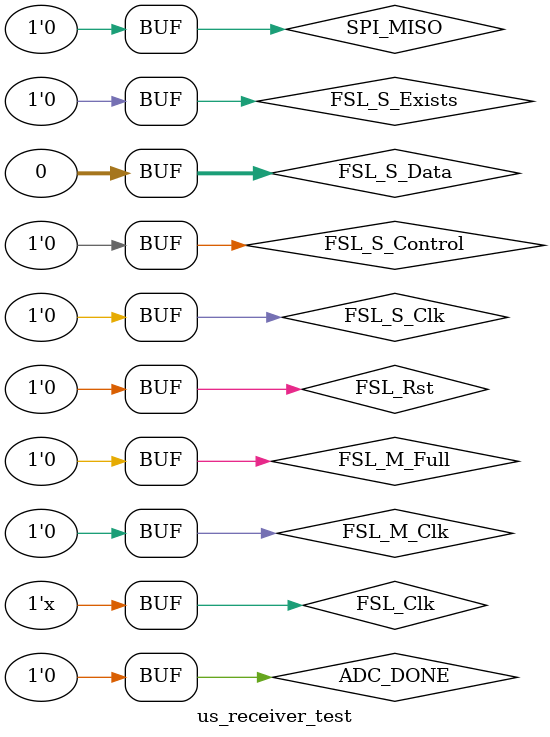
<source format=v>
`timescale 1ns / 1ps


module us_receiver_test;

	// Inputs
	reg SPI_MISO;
	reg ADC_DONE;
	reg FSL_Clk;
	reg FSL_Rst;
	reg FSL_S_Clk;
	reg [31:0] FSL_S_Data;
	reg FSL_S_Control;
	reg FSL_S_Exists;
	reg FSL_M_Clk;
	reg FSL_M_Full;

	// Outputs
	wire SPI_SCK;
	wire SPI_MOSI;
	wire SPI_SS;
	wire [2:0] DEBUG_OUT;
	wire FSL_S_Read;
	wire FSL_M_Write;
	wire [31:0] FSL_M_Data;
	wire FSL_M_Control;

	// Instantiate the Unit Under Test (UUT)
	us_receiver uut (
		.SPI_SCK(SPI_SCK), 
		.SPI_MISO(SPI_MISO), 
		.SPI_MOSI(SPI_MOSI), 
		.SPI_SS(SPI_SS), 
		.ADC_DONE(ADC_DONE), 
		.DEBUG_OUT(DEBUG_OUT), 
		.FSL_Clk(FSL_Clk), 
		.FSL_Rst(FSL_Rst), 
		.FSL_S_Clk(FSL_S_Clk), 
		.FSL_S_Read(FSL_S_Read), 
		.FSL_S_Data(FSL_S_Data), 
		.FSL_S_Control(FSL_S_Control), 
		.FSL_S_Exists(FSL_S_Exists), 
		.FSL_M_Clk(FSL_M_Clk), 
		.FSL_M_Write(FSL_M_Write), 
		.FSL_M_Data(FSL_M_Data), 
		.FSL_M_Control(FSL_M_Control), 
		.FSL_M_Full(FSL_M_Full)
	);

	initial begin
		// Initialize Inputs
		SPI_MISO = 0;
		ADC_DONE = 0;
		FSL_Clk = 0;
		FSL_Rst = 0;
		FSL_S_Clk = 0;
		FSL_S_Data = 0;
		FSL_S_Control = 0;
		FSL_S_Exists = 0;
		FSL_M_Clk = 0;
		FSL_M_Full = 0;

		// Wait 20 ns for global reset to finish
		#20;
		
		FSL_Rst = 1'b1;
		#10;
		FSL_Rst = 1'b0;
		#10;
		
		// Test Echo command
		FSL_S_Exists <= 1'b1;
		FSL_S_Data <= 32'hAAAAAAA_0;
		#15;
		FSL_S_Exists <= 1'b0;
		FSL_S_Data <= 32'b0;
		
		#45;
		/*
		// Test Reset command
		FSL_S_Exists <= 1'b1;
		FSL_S_Data <= 32'h0000000_F;
		#15;
		FSL_S_Exists <= 1'b0;
		FSL_S_Data <= 32'b0;
		
		#45;*/
		/*
		// Test Init command
		FSL_S_Exists <= 1'b1;
		FSL_S_Data <= 32'h0000000_3;
		#15;
		FSL_S_Exists <= 1'b0;
		FSL_S_Data <= 32'b0;
		
		#45;*/
		/*
		// Test Temp command
		FSL_S_Exists <= 1'b1;
		FSL_S_Data <= 32'h0000000_1;
		#15;
		FSL_S_Exists <= 1'b0;
		FSL_S_Data <= 32'b0;
		
		#45;*/
		
		// Test Sample command (2 samples, sensor 5)
		FSL_S_Exists <= 1'b1;
		FSL_S_Data <= 32'h000002_5_2;
		#15;
		FSL_S_Exists <= 1'b0;
		FSL_S_Data <= 32'b0;
		
	end
	
	
	always begin
		#5 FSL_Clk = ~FSL_Clk; // Toggle clock every 5 ticks
	end
      
endmodule


</source>
